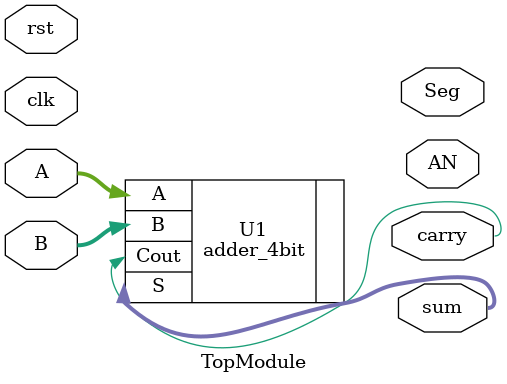
<source format=v>
`timescale 1ns / 1ps


module TopModule(A, B, clk, rst, carry, sum, AN, Seg );

    input [3:0] A;
    input [3:0] B;
    input clk, rst;
    
    output [3:0] sum;
    output carry;
    output [7:0] AN;
    output [7:0] Seg;
    
    
    adder_4bit U1 (.A(A), .B(B), .Cout(carry), .S(sum));

endmodule
</source>
